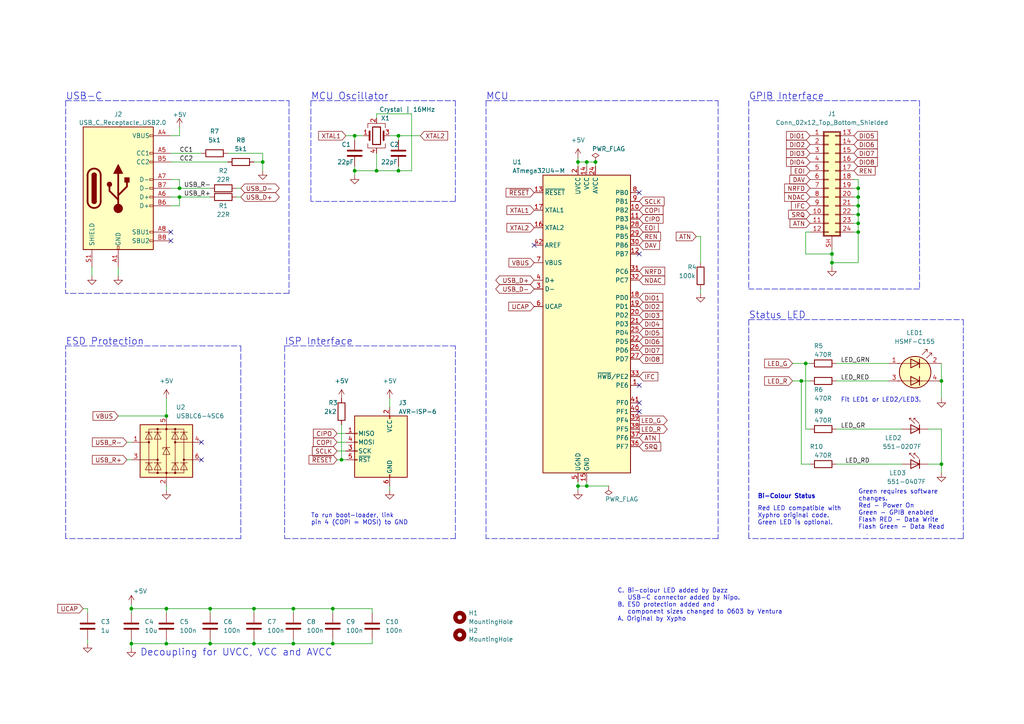
<source format=kicad_sch>
(kicad_sch (version 20231120) (generator "eeschema") (generator_version "8.0")
  (paper "A4")
  (title_block (title "USB-GPIB Adapter") (rev "C"))
  (lib_symbols
    (symbol "Connector:AVR-ISP-6" (pin_names (offset 1.016))
      (property "Reference" "J" (at -6.35 11.43 0))
      (property "Value" "AVR-ISP-6" (at 0 11.43 0))
      (symbol "AVR-ISP-6_1_1"
        (pin passive line (at 10.16 5.08 180) (length 2.54) (name "MISO") (number "1"))
        (pin passive line (at -2.54 12.7 270) (length 2.54) (name "VCC") (number "2"))
        (pin passive line (at 10.16 0 180) (length 2.54) (name "SCK") (number "3"))
        (pin passive line (at 10.16 2.54 180) (length 2.54) (name "MOSI") (number "4"))
        (pin passive line (at 10.16 -2.54 180) (length 2.54) (name "~{RST}") (number "5"))
        (pin passive line (at -2.54 -10.16 90) (length 2.54) (name "GND") (number "6"))
      )
    )
    (symbol "Connector:USB_C_Receptacle_USB2.0" (pin_names (offset 1.016))
      (property "Reference" "J" (at -10.16 19.05 0))
      (property "Value" "USB_C_Receptacle_USB2.0" (at 19.05 19.05 0))
      (symbol "USB_C_Receptacle_USB2.0_1_1"
        (pin passive line (at 0 -22.86 90) (length 5.08) (name "GND") (number "A1"))
        (pin passive line (at 0 -22.86 90) (length 5.08) hide (name "GND") (number "A12"))
        (pin passive line (at 15.24 15.24 180) (length 5.08) (name "VBUS") (number "A4"))
        (pin bidirectional line (at 15.24 10.16 180) (length 5.08) (name "CC1") (number "A5"))
        (pin bidirectional line (at 15.24 -2.54 180) (length 5.08) (name "D+") (number "A6"))
        (pin bidirectional line (at 15.24 2.54 180) (length 5.08) (name "D-") (number "A7"))
        (pin bidirectional line (at 15.24 -12.7 180) (length 5.08) (name "SBU1") (number "A8"))
        (pin passive line (at 15.24 15.24 180) (length 5.08) hide (name "VBUS") (number "A9"))
        (pin passive line (at 0 -22.86 90) (length 5.08) hide (name "GND") (number "B1"))
        (pin passive line (at 0 -22.86 90) (length 5.08) hide (name "GND") (number "B12"))
        (pin passive line (at 15.24 15.24 180) (length 5.08) hide (name "VBUS") (number "B4"))
        (pin bidirectional line (at 15.24 7.62 180) (length 5.08) (name "CC2") (number "B5"))
        (pin bidirectional line (at 15.24 -5.08 180) (length 5.08) (name "D+") (number "B6"))
        (pin bidirectional line (at 15.24 0 180) (length 5.08) (name "D-") (number "B7"))
        (pin bidirectional line (at 15.24 -15.24 180) (length 5.08) (name "SBU2") (number "B8"))
        (pin passive line (at 15.24 15.24 180) (length 5.08) hide (name "VBUS") (number "B9"))
        (pin passive line (at -7.62 -22.86 90) (length 5.08) (name "SHIELD") (number "S1"))
      )
    )
    (symbol "Connector_Generic_Shielded:Conn_02x12_Top_Bottom_Shielded" (pin_names (offset 1.016) hide)
      (property "Reference" "J" (at 1.524 14.986 0))
      (property "Value" "Conn_02x12_Top_Bottom_Shielded" (at 2.286 -17.526 0))
      (symbol "Conn_02x12_Top_Bottom_Shielded_1_1"
        (pin passive line (at -5.08 12.7 0) (length 4.064) (name "Pin_1") (number "1"))
        (pin passive line (at -5.08 -10.16 0) (length 4.064) (name "Pin_10") (number "10"))
        (pin passive line (at -5.08 -12.7 0) (length 4.064) (name "Pin_11") (number "11"))
        (pin passive line (at -5.08 -15.24 0) (length 4.064) (name "Pin_12") (number "12"))
        (pin passive line (at 7.62 12.7 180) (length 4.064) (name "Pin_13") (number "13"))
        (pin passive line (at 7.62 10.16 180) (length 4.064) (name "Pin_14") (number "14"))
        (pin passive line (at 7.62 7.62 180) (length 4.064) (name "Pin_15") (number "15"))
        (pin passive line (at 7.62 5.08 180) (length 4.064) (name "Pin_16") (number "16"))
        (pin passive line (at 7.62 2.54 180) (length 4.064) (name "Pin_17") (number "17"))
        (pin passive line (at 7.62 0 180) (length 4.064) (name "Pin_18") (number "18"))
        (pin passive line (at 7.62 -2.54 180) (length 4.064) (name "Pin_19") (number "19"))
        (pin passive line (at -5.08 10.16 0) (length 4.064) (name "Pin_2") (number "2"))
        (pin passive line (at 7.62 -5.08 180) (length 4.064) (name "Pin_20") (number "20"))
        (pin passive line (at 7.62 -7.62 180) (length 4.064) (name "Pin_21") (number "21"))
        (pin passive line (at 7.62 -10.16 180) (length 4.064) (name "Pin_22") (number "22"))
        (pin passive line (at 7.62 -12.7 180) (length 4.064) (name "Pin_23") (number "23"))
        (pin passive line (at 7.62 -15.24 180) (length 4.064) (name "Pin_24") (number "24"))
        (pin passive line (at -5.08 7.62 0) (length 4.064) (name "Pin_3") (number "3"))
        (pin passive line (at -5.08 5.08 0) (length 4.064) (name "Pin_4") (number "4"))
        (pin passive line (at -5.08 2.54 0) (length 4.064) (name "Pin_5") (number "5"))
        (pin passive line (at -5.08 0 0) (length 4.064) (name "Pin_6") (number "6"))
        (pin passive line (at -5.08 -2.54 0) (length 4.064) (name "Pin_7") (number "7"))
        (pin passive line (at -5.08 -5.08 0) (length 4.064) (name "Pin_8") (number "8"))
        (pin passive line (at -5.08 -7.62 0) (length 4.064) (name "Pin_9") (number "9"))
        (pin passive line (at 1.27 -20.32 90) (length 3.81) (name "Shield") (number "SH"))
      )
    )
    (symbol "Device:C" (pin_numbers hide) (pin_names (offset 0.254))
      (property "Reference" "C" (at 0.635 2.54 0))
      (property "Value" "C" (at 0.635 -2.54 0))
      (symbol "C_1_1"
        (pin passive line (at 0 3.81 270) (length 2.794) (name "~") (number "1"))
        (pin passive line (at 0 -3.81 90) (length 2.794) (name "~") (number "2"))
      )
    )
    (symbol "Device:Crystal_GND24" (pin_names (offset 1.016) hide)
      (property "Reference" "Y" (at 3.175 5.08 0))
      (property "Value" "Crystal_GND24" (at 3.175 3.175 0))
      (symbol "Crystal_GND24_1_1"
        (pin passive line (at -3.81 0 0) (length 1.27) (name "1") (number "1"))
        (pin passive line (at 0 5.08 270) (length 1.27) (name "2") (number "2"))
        (pin passive line (at 3.81 0 180) (length 1.27) (name "3") (number "3"))
        (pin passive line (at 0 -5.08 90) (length 1.27) (name "4") (number "4"))
      )
    )
    (symbol "Device:LED_Dual_AKAK" (pin_names (offset 0) hide)
      (property "Reference" "D" (at 0 5.715 0))
      (property "Value" "LED_Dual_AKAK" (at 0 -6.35 0))
      (symbol "LED_Dual_AKAK_1_1"
        (pin input line (at -7.62 2.54 0) (length 3.048) (name "A1") (number "1"))
        (pin input line (at 7.62 2.54 180) (length 3.81) (name "K1") (number "2"))
        (pin input line (at -7.62 -2.54 0) (length 3.048) (name "A2") (number "3"))
        (pin input line (at 7.62 -2.54 180) (length 3.81) (name "K2") (number "4"))
      )
    )
    (symbol "Device:R" (pin_numbers hide) (pin_names (offset 0))
      (property "Reference" "R" (at 2.032 0 90))
      (property "Value" "R" (at 0 0 90))
      (symbol "R_1_1"
        (pin passive line (at 0 3.81 270) (length 1.27) (name "~") (number "1"))
        (pin passive line (at 0 -3.81 90) (length 1.27) (name "~") (number "2"))
      )
    )
    (symbol "KPA-3010_1" (pin_numbers hide) (pin_names (offset 1.016) hide)
      (property "Reference" "LED3" (at 3.81 -2.54 0))
      (property "Value" "KPA-3010_1" (at 1.27 -5.08 0))
      (symbol "KPA-3010_1_1_1"
        (pin passive line (at -5.08 0 0) (length 2.54) (name "K") (number "1"))
        (pin passive line (at 2.54 0 180) (length 2.54) (name "A") (number "2"))
      )
    )
    (symbol "LED:KPA-3010" (pin_numbers hide) (pin_names (offset 1.016) hide)
      (property "Reference" "LED2" (at 5.08 -2.54 0))
      (property "Value" "551-0207F" (at 2.54 -5.08 0))
      (symbol "KPA-3010_1_1"
        (pin passive line (at -5.08 0 0) (length 2.54) (name "K") (number "1"))
        (pin passive line (at 2.54 0 180) (length 2.54) (name "A") (number "2"))
      )
    )
    (symbol "MCU_Microchip_ATmega:ATmega32U4-A"
      (property "Reference" "U" (at -12.7 44.45 0))
      (property "Value" "ATmega32U4-A" (at 2.54 -44.45 0))
      (symbol "ATmega32U4-A_1_1"
        (pin bidirectional line (at 15.24 -17.78 180) (length 2.54) (name "PE6") (number "1"))
        (pin bidirectional line (at 15.24 33.02 180) (length 2.54) (name "PB2") (number "10"))
        (pin bidirectional line (at 15.24 30.48 180) (length 2.54) (name "PB3") (number "11"))
        (pin bidirectional line (at 15.24 20.32 180) (length 2.54) (name "PB7") (number "12"))
        (pin input line (at -15.24 38.1 0) (length 2.54) (name "~{RESET}") (number "13"))
        (pin power_in line (at 0 45.72 270) (length 2.54) (name "VCC") (number "14"))
        (pin power_in line (at 0 -45.72 90) (length 2.54) (name "GND") (number "15"))
        (pin output line (at -15.24 27.94 0) (length 2.54) (name "XTAL2") (number "16"))
        (pin input line (at -15.24 33.02 0) (length 2.54) (name "XTAL1") (number "17"))
        (pin bidirectional line (at 15.24 7.62 180) (length 2.54) (name "PD0") (number "18"))
        (pin bidirectional line (at 15.24 5.08 180) (length 2.54) (name "PD1") (number "19"))
        (pin power_in line (at -2.54 45.72 270) (length 2.54) (name "UVCC") (number "2"))
        (pin bidirectional line (at 15.24 2.54 180) (length 2.54) (name "PD2") (number "20"))
        (pin bidirectional line (at 15.24 0 180) (length 2.54) (name "PD3") (number "21"))
        (pin bidirectional line (at 15.24 -5.08 180) (length 2.54) (name "PD5") (number "22"))
        (pin passive line (at 0 -45.72 90) (length 2.54) hide (name "GND") (number "23"))
        (pin power_in line (at 2.54 45.72 270) (length 2.54) (name "AVCC") (number "24"))
        (pin bidirectional line (at 15.24 -2.54 180) (length 2.54) (name "PD4") (number "25"))
        (pin bidirectional line (at 15.24 -7.62 180) (length 2.54) (name "PD6") (number "26"))
        (pin bidirectional line (at 15.24 -10.16 180) (length 2.54) (name "PD7") (number "27"))
        (pin bidirectional line (at 15.24 27.94 180) (length 2.54) (name "PB4") (number "28"))
        (pin bidirectional line (at 15.24 25.4 180) (length 2.54) (name "PB5") (number "29"))
        (pin bidirectional line (at -15.24 10.16 0) (length 2.54) (name "D-") (number "3"))
        (pin bidirectional line (at 15.24 22.86 180) (length 2.54) (name "PB6") (number "30"))
        (pin bidirectional line (at 15.24 15.24 180) (length 2.54) (name "PC6") (number "31"))
        (pin bidirectional line (at 15.24 12.7 180) (length 2.54) (name "PC7") (number "32"))
        (pin bidirectional line (at 15.24 -15.24 180) (length 2.54) (name "~{HWB}/PE2") (number "33"))
        (pin passive line (at 0 45.72 270) (length 2.54) hide (name "VCC") (number "34"))
        (pin passive line (at 0 -45.72 90) (length 2.54) hide (name "GND") (number "35"))
        (pin bidirectional line (at 15.24 -35.56 180) (length 2.54) (name "PF7") (number "36"))
        (pin bidirectional line (at 15.24 -33.02 180) (length 2.54) (name "PF6") (number "37"))
        (pin bidirectional line (at 15.24 -30.48 180) (length 2.54) (name "PF5") (number "38"))
        (pin bidirectional line (at 15.24 -27.94 180) (length 2.54) (name "PF4") (number "39"))
        (pin bidirectional line (at -15.24 12.7 0) (length 2.54) (name "D+") (number "4"))
        (pin bidirectional line (at 15.24 -25.4 180) (length 2.54) (name "PF1") (number "40"))
        (pin bidirectional line (at 15.24 -22.86 180) (length 2.54) (name "PF0") (number "41"))
        (pin passive line (at -15.24 22.86 0) (length 2.54) (name "AREF") (number "42"))
        (pin passive line (at 0 -45.72 90) (length 2.54) hide (name "GND") (number "43"))
        (pin passive line (at 2.54 45.72 270) (length 2.54) hide (name "AVCC") (number "44"))
        (pin passive line (at -2.54 -45.72 90) (length 2.54) (name "UGND") (number "5"))
        (pin passive line (at -15.24 5.08 0) (length 2.54) (name "UCAP") (number "6"))
        (pin input line (at -15.24 17.78 0) (length 2.54) (name "VBUS") (number "7"))
        (pin bidirectional line (at 15.24 38.1 180) (length 2.54) (name "PB0") (number "8"))
        (pin bidirectional line (at 15.24 35.56 180) (length 2.54) (name "PB1") (number "9"))
      )
    )
    (symbol "Mechanical:MountingHole" (pin_names (offset 1.016))
      (property "Reference" "H" (at 0 5.08 0))
      (property "Value" "MountingHole" (at 0 3.175 0))
    )
    (symbol "Power_Protection:USBLC6-4SC6" (pin_names hide)
      (property "Reference" "U" (at 2.54 8.89 0))
      (property "Value" "USBLC6-4SC6" (at 2.54 -8.89 0))
      (symbol "USBLC6-4SC6_1_1"
        (pin passive line (at -10.16 2.54 0) (length 2.54) (name "I/O1") (number "1"))
        (pin passive line (at 0 -10.16 90) (length 2.54) (name "GND") (number "2"))
        (pin passive line (at -10.16 -2.54 0) (length 2.54) (name "I/O2") (number "3"))
        (pin passive line (at 10.16 2.54 180) (length 2.54) (name "I/O3") (number "4"))
        (pin passive line (at 0 10.16 270) (length 2.54) (name "VBUS") (number "5"))
        (pin passive line (at 10.16 -2.54 180) (length 2.54) (name "I/O4") (number "6"))
      )
    )
    (symbol "power:+5V" (power) (pin_names (offset 0))
      (property "Value" "+5V" (at 0 3.556 0))
      (symbol "+5V_1_1"
        (pin power_in line (at 0 0 90) (length 0) hide (name "+5V") (number "1"))
      )
    )
    (symbol "power:GND" (power) (pin_names (offset 0))
      (property "Value" "GND" (at 0 -3.81 0))
      (symbol "GND_1_1"
        (pin power_in line (at 0 0 270) (length 0) hide (name "GND") (number "1"))
      )
    )
    (symbol "power:PWR_FLAG" (power) (pin_numbers hide) (pin_names (offset 0) hide)
      (property "Value" "PWR_FLAG" (at 0 3.81 0))
      (symbol "PWR_FLAG_0_0"
        (pin power_out line (at 0 0 90) (length 0) (name "pwr") (number "1"))
      )
    )
  )
  (junction (at 99.06 133.35))
  (junction (at 248.92 62.23))
  (junction (at 73.66 186.69))
  (junction (at 167.64 140.97))
  (junction (at 170.18 140.97))
  (junction (at 73.66 176.53))
  (junction (at 115.57 49.53))
  (junction (at 48.26 176.53))
  (junction (at 85.09 186.69))
  (junction (at 85.09 176.53))
  (junction (at 248.92 54.61))
  (junction (at 52.07 54.61))
  (junction (at 102.87 39.37))
  (junction (at 248.92 59.69))
  (junction (at 38.1 186.69))
  (junction (at 48.26 186.69))
  (junction (at 248.92 57.15))
  (junction (at 96.52 186.69))
  (junction (at 38.1 176.53))
  (junction (at 115.57 39.37))
  (junction (at 241.3 73.66))
  (junction (at 170.18 46.99))
  (junction (at 109.22 49.53))
  (junction (at 96.52 176.53))
  (junction (at 273.05 110.49))
  (junction (at 172.72 46.99))
  (junction (at 60.96 186.69))
  (junction (at 273.05 134.62))
  (junction (at 233.68 105.41))
  (junction (at 232.41 110.49))
  (junction (at 76.2 46.99))
  (junction (at 48.26 120.65))
  (junction (at 52.07 57.15))
  (junction (at 248.92 67.31))
  (junction (at 167.64 46.99))
  (junction (at 102.87 49.53))
  (junction (at 60.96 176.53))
  (junction (at 248.92 64.77))
  (junction (at 241.3 76.2))
  (no_connect (at 185.42 55.88))
  (no_connect (at 185.42 111.76))
  (no_connect (at 185.42 116.84))
  (no_connect (at 154.94 71.12))
  (no_connect (at 49.53 67.31))
  (no_connect (at 58.42 128.27))
  (no_connect (at 58.42 133.35))
  (no_connect (at 49.53 69.85))
  (no_connect (at 185.42 119.38))
  (no_connect (at 185.42 73.66))
  (wire (pts (xy 234.95 134.62) (xy 232.41 134.62)))
  (wire (pts (xy 73.66 176.53) (xy 85.09 176.53)))
  (wire (pts (xy 52.07 57.15) (xy 60.96 57.15)))
  (wire (pts (xy 170.18 140.97) (xy 170.18 139.7)))
  (wire (pts (xy 167.64 139.7) (xy 167.64 140.97)))
  (wire (pts (xy 48.26 140.97) (xy 48.26 142.24)))
  (wire (pts (xy 119.38 33.02) (xy 119.38 49.53)))
  (wire (pts (xy 48.26 186.69) (xy 60.96 186.69)))
  (wire (pts (xy 99.06 123.19) (xy 99.06 133.35)))
  (wire (pts (xy 233.68 67.31) (xy 233.68 73.66)))
  (wire (pts (xy 52.07 54.61) (xy 60.96 54.61)))
  (wire (pts (xy 248.92 64.77) (xy 248.92 62.23)))
  (wire (pts (xy 38.1 176.53) (xy 48.26 176.53)))
  (wire (pts (xy 170.18 46.99) (xy 172.72 46.99)))
  (wire (pts (xy 85.09 185.42) (xy 85.09 186.69)))
  (polyline (pts (xy 69.85 156.21) (xy 19.05 156.21)) (stroke (width 0) (type dash)))
  (wire (pts (xy 233.68 105.41) (xy 233.68 124.46)))
  (wire (pts (xy 25.4 177.8) (xy 25.4 176.53)))
  (wire (pts (xy 241.3 72.39) (xy 241.3 73.66)))
  (polyline (pts (xy 208.28 156.21) (xy 140.97 156.21)) (stroke (width 0) (type dash)))
  (polyline (pts (xy 90.17 29.21) (xy 90.17 58.42)) (stroke (width 0) (type dash)))
  (polyline (pts (xy 132.08 156.21) (xy 132.08 100.33)) (stroke (width 0) (type dash)))
  (wire (pts (xy 100.33 39.37) (xy 102.87 39.37)))
  (wire (pts (xy 115.57 48.26) (xy 115.57 49.53)))
  (polyline (pts (xy 19.05 156.21) (xy 19.05 100.33)) (stroke (width 0) (type dash)))
  (wire (pts (xy 52.07 36.83) (xy 52.07 39.37)))
  (wire (pts (xy 48.26 176.53) (xy 48.26 177.8)))
  (polyline (pts (xy 19.05 29.21) (xy 19.05 85.09)) (stroke (width 0) (type dash)))
  (wire (pts (xy 113.03 115.57) (xy 113.03 118.11)))
  (wire (pts (xy 247.65 64.77) (xy 248.92 64.77)))
  (wire (pts (xy 49.53 57.15) (xy 52.07 57.15)))
  (wire (pts (xy 248.92 59.69) (xy 248.92 57.15)))
  (wire (pts (xy 97.79 133.35) (xy 99.06 133.35)))
  (wire (pts (xy 97.79 128.27) (xy 100.33 128.27)))
  (polyline (pts (xy 19.05 29.21) (xy 83.82 29.21)) (stroke (width 0) (type dash)))
  (wire (pts (xy 247.65 62.23) (xy 248.92 62.23)))
  (wire (pts (xy 102.87 39.37) (xy 102.87 40.64)))
  (wire (pts (xy 269.24 124.46) (xy 273.05 124.46)))
  (wire (pts (xy 167.64 46.99) (xy 167.64 48.26)))
  (wire (pts (xy 273.05 124.46) (xy 273.05 134.62)))
  (wire (pts (xy 203.2 83.82) (xy 203.2 85.09)))
  (polyline (pts (xy 217.17 29.21) (xy 217.17 83.82)) (stroke (width 0) (type dash)))
  (polyline (pts (xy 251.46 154.94) (xy 251.46 154.94)) (stroke (width 0) (type dash)))
  (wire (pts (xy 242.57 124.46) (xy 261.62 124.46)))
  (wire (pts (xy 76.2 44.45) (xy 76.2 46.99)))
  (wire (pts (xy 76.2 46.99) (xy 76.2 49.53)))
  (wire (pts (xy 102.87 49.53) (xy 102.87 50.8)))
  (wire (pts (xy 113.03 39.37) (xy 115.57 39.37)))
  (wire (pts (xy 115.57 39.37) (xy 121.92 39.37)))
  (wire (pts (xy 36.83 133.35) (xy 38.1 133.35)))
  (wire (pts (xy 85.09 176.53) (xy 96.52 176.53)))
  (wire (pts (xy 233.68 105.41) (xy 234.95 105.41)))
  (wire (pts (xy 247.65 67.31) (xy 248.92 67.31)))
  (polyline (pts (xy 69.85 100.33) (xy 69.85 156.21)) (stroke (width 0) (type dash)))
  (wire (pts (xy 68.58 57.15) (xy 69.85 57.15)))
  (wire (pts (xy 66.04 44.45) (xy 76.2 44.45)))
  (wire (pts (xy 96.52 176.53) (xy 96.52 177.8)))
  (polyline (pts (xy 82.55 100.33) (xy 132.08 100.33)) (stroke (width 0) (type dash)))
  (wire (pts (xy 242.57 110.49) (xy 257.81 110.49)))
  (wire (pts (xy 170.18 46.99) (xy 170.18 48.26)))
  (wire (pts (xy 273.05 110.49) (xy 273.05 115.57)))
  (wire (pts (xy 38.1 175.26) (xy 38.1 176.53)))
  (polyline (pts (xy 83.82 29.21) (xy 83.82 85.09)) (stroke (width 0) (type dash)))
  (wire (pts (xy 241.3 76.2) (xy 248.92 76.2)))
  (wire (pts (xy 170.18 140.97) (xy 176.53 140.97)))
  (wire (pts (xy 248.92 62.23) (xy 248.92 59.69)))
  (wire (pts (xy 73.66 185.42) (xy 73.66 186.69)))
  (wire (pts (xy 107.95 185.42) (xy 107.95 186.69)))
  (wire (pts (xy 99.06 133.35) (xy 100.33 133.35)))
  (wire (pts (xy 234.95 67.31) (xy 233.68 67.31)))
  (wire (pts (xy 273.05 105.41) (xy 273.05 110.49)))
  (wire (pts (xy 102.87 48.26) (xy 102.87 49.53)))
  (polyline (pts (xy 279.4 92.71) (xy 279.4 156.21)) (stroke (width 0) (type dash)))
  (wire (pts (xy 49.53 46.99) (xy 66.04 46.99)))
  (wire (pts (xy 247.65 59.69) (xy 248.92 59.69)))
  (polyline (pts (xy 82.55 156.21) (xy 132.08 156.21)) (stroke (width 0) (type dash)))
  (wire (pts (xy 25.4 176.53) (xy 24.13 176.53)))
  (wire (pts (xy 172.72 46.99) (xy 172.72 48.26)))
  (wire (pts (xy 34.29 120.65) (xy 48.26 120.65)))
  (wire (pts (xy 167.64 140.97) (xy 167.64 142.24)))
  (wire (pts (xy 167.64 46.99) (xy 170.18 46.99)))
  (wire (pts (xy 203.2 68.58) (xy 201.93 68.58)))
  (wire (pts (xy 85.09 186.69) (xy 96.52 186.69)))
  (polyline (pts (xy 19.05 100.33) (xy 69.85 100.33)) (stroke (width 0) (type dash)))
  (wire (pts (xy 232.41 110.49) (xy 234.95 110.49)))
  (wire (pts (xy 60.96 176.53) (xy 73.66 176.53)))
  (wire (pts (xy 113.03 140.97) (xy 113.03 142.24)))
  (wire (pts (xy 48.26 185.42) (xy 48.26 186.69)))
  (wire (pts (xy 52.07 57.15) (xy 52.07 59.69)))
  (polyline (pts (xy 82.55 100.33) (xy 82.55 156.21)) (stroke (width 0) (type dash)))
  (wire (pts (xy 115.57 39.37) (xy 115.57 40.64)))
  (wire (pts (xy 97.79 130.81) (xy 100.33 130.81)))
  (polyline (pts (xy 266.7 29.21) (xy 266.7 83.82)) (stroke (width 0) (type dash)))
  (wire (pts (xy 38.1 176.53) (xy 38.1 177.8)))
  (polyline (pts (xy 132.08 58.42) (xy 90.17 58.42)) (stroke (width 0) (type dash)))
  (wire (pts (xy 107.95 176.53) (xy 107.95 177.8)))
  (wire (pts (xy 232.41 110.49) (xy 232.41 134.62)))
  (wire (pts (xy 60.96 186.69) (xy 73.66 186.69)))
  (polyline (pts (xy 208.28 29.21) (xy 208.28 156.21)) (stroke (width 0) (type dash)))
  (wire (pts (xy 48.26 176.53) (xy 60.96 176.53)))
  (wire (pts (xy 248.92 57.15) (xy 248.92 54.61)))
  (wire (pts (xy 109.22 33.02) (xy 119.38 33.02)))
  (wire (pts (xy 241.3 76.2) (xy 241.3 77.47)))
  (polyline (pts (xy 217.17 92.71) (xy 279.4 92.71)) (stroke (width 0) (type dash)))
  (wire (pts (xy 34.29 77.47) (xy 34.29 80.01)))
  (wire (pts (xy 234.95 124.46) (xy 233.68 124.46)))
  (wire (pts (xy 242.57 105.41) (xy 257.81 105.41)))
  (wire (pts (xy 241.3 73.66) (xy 241.3 76.2)))
  (wire (pts (xy 38.1 186.69) (xy 38.1 187.96)))
  (wire (pts (xy 273.05 134.62) (xy 273.05 137.16)))
  (wire (pts (xy 96.52 186.69) (xy 107.95 186.69)))
  (wire (pts (xy 233.68 73.66) (xy 241.3 73.66)))
  (wire (pts (xy 85.09 176.53) (xy 85.09 177.8)))
  (polyline (pts (xy 140.97 29.21) (xy 208.28 29.21)) (stroke (width 0) (type dash)))
  (wire (pts (xy 52.07 52.07) (xy 52.07 54.61)))
  (wire (pts (xy 247.65 54.61) (xy 248.92 54.61)))
  (wire (pts (xy 60.96 185.42) (xy 60.96 186.69)))
  (polyline (pts (xy 217.17 92.71) (xy 217.17 156.21)) (stroke (width 0) (type dash)))
  (wire (pts (xy 49.53 59.69) (xy 52.07 59.69)))
  (wire (pts (xy 109.22 49.53) (xy 109.22 44.45)))
  (wire (pts (xy 167.64 45.72) (xy 167.64 46.99)))
  (wire (pts (xy 96.52 176.53) (xy 107.95 176.53)))
  (polyline (pts (xy 140.97 29.21) (xy 140.97 156.21)) (stroke (width 0) (type dash)))
  (polyline (pts (xy 90.17 29.21) (xy 132.08 29.21)) (stroke (width 0) (type dash)))
  (wire (pts (xy 38.1 186.69) (xy 48.26 186.69)))
  (wire (pts (xy 203.2 76.2) (xy 203.2 68.58)))
  (wire (pts (xy 229.87 105.41) (xy 233.68 105.41)))
  (wire (pts (xy 49.53 54.61) (xy 52.07 54.61)))
  (wire (pts (xy 248.92 67.31) (xy 248.92 64.77)))
  (polyline (pts (xy 83.82 85.09) (xy 19.05 85.09)) (stroke (width 0) (type dash)))
  (wire (pts (xy 248.92 76.2) (xy 248.92 67.31)))
  (wire (pts (xy 102.87 39.37) (xy 105.41 39.37)))
  (wire (pts (xy 49.53 52.07) (xy 52.07 52.07)))
  (polyline (pts (xy 132.08 29.21) (xy 132.08 58.42)) (stroke (width 0) (type dash)))
  (wire (pts (xy 73.66 176.53) (xy 73.66 177.8)))
  (wire (pts (xy 109.22 49.53) (xy 115.57 49.53)))
  (wire (pts (xy 242.57 134.62) (xy 261.62 134.62)))
  (wire (pts (xy 167.64 140.97) (xy 170.18 140.97)))
  (wire (pts (xy 73.66 46.99) (xy 76.2 46.99)))
  (wire (pts (xy 248.92 52.07) (xy 247.65 52.07)))
  (wire (pts (xy 68.58 54.61) (xy 69.85 54.61)))
  (wire (pts (xy 109.22 34.29) (xy 109.22 33.02)))
  (wire (pts (xy 38.1 185.42) (xy 38.1 186.69)))
  (wire (pts (xy 26.67 77.47) (xy 26.67 80.01)))
  (wire (pts (xy 102.87 49.53) (xy 109.22 49.53)))
  (wire (pts (xy 60.96 177.8) (xy 60.96 176.53)))
  (wire (pts (xy 247.65 57.15) (xy 248.92 57.15)))
  (wire (pts (xy 36.83 128.27) (xy 38.1 128.27)))
  (wire (pts (xy 25.4 185.42) (xy 25.4 186.69)))
  (polyline (pts (xy 266.7 83.82) (xy 217.17 83.82)) (stroke (width 0) (type dash)))
  (wire (pts (xy 269.24 134.62) (xy 273.05 134.62)))
  (wire (pts (xy 73.66 186.69) (xy 85.09 186.69)))
  (wire (pts (xy 96.52 185.42) (xy 96.52 186.69)))
  (wire (pts (xy 48.26 115.57) (xy 48.26 120.65)))
  (wire (pts (xy 97.79 125.73) (xy 100.33 125.73)))
  (wire (pts (xy 49.53 44.45) (xy 58.42 44.45)))
  (wire (pts (xy 119.38 49.53) (xy 115.57 49.53)))
  (polyline (pts (xy 279.4 156.21) (xy 217.17 156.21)) (stroke (width 0) (type dash)))
  (wire (pts (xy 248.92 54.61) (xy 248.92 52.07)))
  (polyline (pts (xy 218.44 29.21) (xy 266.7 29.21)) (stroke (width 0) (type dash)))
  (wire (pts (xy 229.87 110.49) (xy 232.41 110.49)))
  (wire (pts (xy 49.53 39.37) (xy 52.07 39.37)))
  (text "Status LED" (at 217.17 92.71 0) (effects (font (size 2 2)) (justify left bottom)))
  (text "ESD Protection" (at 19.05 100.33 0) (effects (font (size 2 2)) (justify left bottom)))
  (text "GPIB Interface" (at 217.17 29.21 0) (effects (font (size 2 2)) (justify left bottom)))
  (text "ISP Interface" (at 82.55 100.33 0) (effects (font (size 2 2)) (justify left bottom)))
  (text "MCU\n" (at 140.97 29.21 0) (effects (font (size 2 2)) (justify left bottom)))
  (text "Green requires software \nchanges.\nRed - Power On\nGreen - GPIB enabled\nFlash RED - Data Write\nFlash Green - Data Read\n" (at 248.92 153.67 0) (effects (font (size 1.27 1.27)) (justify left bottom)))
  (text "Red LED compatible with \nXyphro original code.\nGreen LED is optional." (at 219.71 152.4 0) (effects (font (size 1.27 1.27)) (justify left bottom)))
  (text "MCU Oscillator" (at 90.17 29.21 0) (effects (font (size 2 2)) (justify left bottom)))
  (text "\nC. Bi-colour LED added by Dazz  \n   USB-C connector added by Nipo.\nB. ESD protection added and\n   component sizes changed to 0603 by Ventura  \nA. Original by Xypho" (at 179.07 180.34 0) (effects (font (size 1.27 1.27)) (justify left bottom)))
  (text "Bi-Colour Status" (at 219.71 144.78 0) (effects (font (size 1.27 1.27) (thickness 0.254) (bold yes)) (justify left bottom)))
  (text "Decoupling for UVCC, VCC and AVCC" (at 40.64 190.5 0) (effects (font (size 2 2)) (justify left bottom)))
  (text "To run boot-loader, link \npin 4 (COPI = MOSI) to GND" (at 90.17 152.4 0) (effects (font (size 1.27 1.27)) (justify left bottom)))
  (text "Fit LED1 or LED2/LED3." (at 243.84 116.84 0) (effects (font (size 1.27 1.27)) (justify left bottom)))
  (text "USB-C" (at 19.05 29.21 0) (effects (font (size 2 2)) (justify left bottom)))
  (label "LED_GRN" (at 243.84 105.41 0))
  (label "LED_GR" (at 243.84 124.46 0))
  (label "CC2" (at 52.07 46.99 0))
  (label "LED_RED" (at 243.84 110.49 0))
  (label "CC1" (at 52.07 44.45 0))
  (label "USB_R+" (at 53.34 57.15 0))
  (label "USB_R-" (at 53.34 54.61 0))
  (label "LED_RD" (at 245.11 134.62 0))
  (global_label "DIO8" (shape input) (at 185.42 104.14 0) (property "Intersheetrefs" "${INTERSHEET_REFS}" (effects (hide yes))))
  (global_label "ATN" (shape input) (at 185.42 127 0) (property "Intersheetrefs" "${INTERSHEET_REFS}" (effects (hide yes))))
  (global_label "DIO5" (shape input) (at 247.65 39.37 0) (property "Intersheetrefs" "${INTERSHEET_REFS}" (effects (hide yes))))
  (global_label "LED_G" (shape input) (at 229.87 105.41 180) (property "Intersheetrefs" "${INTERSHEET_REFS}" (effects (hide yes))))
  (global_label "SCLK" (shape input) (at 185.42 58.42 0) (property "Intersheetrefs" "${INTERSHEET_REFS}" (effects (hide yes))))
  (global_label "LED_R" (shape input) (at 229.87 110.49 180) (property "Intersheetrefs" "${INTERSHEET_REFS}" (effects (hide yes))))
  (global_label "UCAP" (shape input) (at 154.94 88.9 180) (property "Intersheetrefs" "${INTERSHEET_REFS}" (effects (hide yes))))
  (global_label "USB_R-" (shape input) (at 36.83 128.27 180) (property "Intersheetrefs" "${INTERSHEET_REFS}" (effects (hide yes))))
  (global_label "DIO7" (shape input) (at 247.65 44.45 0) (property "Intersheetrefs" "${INTERSHEET_REFS}" (effects (hide yes))))
  (global_label "COPI" (shape input) (at 185.42 60.96 0) (property "Intersheetrefs" "${INTERSHEET_REFS}" (effects (hide yes))))
  (global_label "ATN" (shape input) (at 234.95 64.77 180) (property "Intersheetrefs" "${INTERSHEET_REFS}" (effects (hide yes))))
  (global_label "VBUS" (shape input) (at 154.94 76.2 180) (property "Intersheetrefs" "${INTERSHEET_REFS}" (effects (hide yes))))
  (global_label "DAV" (shape input) (at 234.95 52.07 180) (property "Intersheetrefs" "${INTERSHEET_REFS}" (effects (hide yes))))
  (global_label "~{RESET}" (shape input) (at 154.94 55.88 180) (property "Intersheetrefs" "${INTERSHEET_REFS}" (effects (hide yes))))
  (global_label "USB_D+" (shape bidirectional) (at 69.85 57.15 0) (property "Intersheetrefs" "${INTERSHEET_REFS}" (effects (hide yes))))
  (global_label "NDAC" (shape input) (at 234.95 57.15 180) (property "Intersheetrefs" "${INTERSHEET_REFS}" (effects (hide yes))))
  (global_label "USB_D+" (shape bidirectional) (at 154.94 81.28 180) (property "Intersheetrefs" "${INTERSHEET_REFS}" (effects (hide yes))))
  (global_label "LED_G" (shape output) (at 185.42 121.92 0) (property "Intersheetrefs" "${INTERSHEET_REFS}" (effects (hide yes))))
  (global_label "DIO3" (shape input) (at 234.95 44.45 180) (property "Intersheetrefs" "${INTERSHEET_REFS}" (effects (hide yes))))
  (global_label "NRFD" (shape input) (at 234.95 54.61 180) (property "Intersheetrefs" "${INTERSHEET_REFS}" (effects (hide yes))))
  (global_label "IFC" (shape input) (at 234.95 59.69 180) (property "Intersheetrefs" "${INTERSHEET_REFS}" (effects (hide yes))))
  (global_label "USB_D-" (shape bidirectional) (at 69.85 54.61 0) (property "Intersheetrefs" "${INTERSHEET_REFS}" (effects (hide yes))))
  (global_label "CIPO" (shape input) (at 97.79 125.73 180) (property "Intersheetrefs" "${INTERSHEET_REFS}" (effects (hide yes))))
  (global_label "DIO2" (shape input) (at 185.42 88.9 0) (property "Intersheetrefs" "${INTERSHEET_REFS}" (effects (hide yes))))
  (global_label "VBUS" (shape input) (at 34.29 120.65 180) (property "Intersheetrefs" "${INTERSHEET_REFS}" (effects (hide yes))))
  (global_label "REN" (shape input) (at 247.65 49.53 0) (property "Intersheetrefs" "${INTERSHEET_REFS}" (effects (hide yes))))
  (global_label "XTAL1" (shape input) (at 154.94 60.96 180) (property "Intersheetrefs" "${INTERSHEET_REFS}" (effects (hide yes))))
  (global_label "DIO2" (shape input) (at 234.95 41.91 180) (property "Intersheetrefs" "${INTERSHEET_REFS}" (effects (hide yes))))
  (global_label "ATN" (shape input) (at 201.93 68.58 180) (property "Intersheetrefs" "${INTERSHEET_REFS}" (effects (hide yes))))
  (global_label "LED_R" (shape output) (at 185.42 124.46 0) (property "Intersheetrefs" "${INTERSHEET_REFS}" (effects (hide yes))))
  (global_label "USB_D-" (shape bidirectional) (at 154.94 83.82 180) (property "Intersheetrefs" "${INTERSHEET_REFS}" (effects (hide yes))))
  (global_label "DIO3" (shape input) (at 185.42 91.44 0) (property "Intersheetrefs" "${INTERSHEET_REFS}" (effects (hide yes))))
  (global_label "DIO5" (shape input) (at 185.42 96.52 0) (property "Intersheetrefs" "${INTERSHEET_REFS}" (effects (hide yes))))
  (global_label "NRFD" (shape input) (at 185.42 78.74 0) (property "Intersheetrefs" "${INTERSHEET_REFS}" (effects (hide yes))))
  (global_label "DIO1" (shape input) (at 185.42 86.36 0) (property "Intersheetrefs" "${INTERSHEET_REFS}" (effects (hide yes))))
  (global_label "DIO6" (shape input) (at 185.42 99.06 0) (property "Intersheetrefs" "${INTERSHEET_REFS}" (effects (hide yes))))
  (global_label "NDAC" (shape input) (at 185.42 81.28 0) (property "Intersheetrefs" "${INTERSHEET_REFS}" (effects (hide yes))))
  (global_label "XTAL2" (shape input) (at 121.92 39.37 0) (property "Intersheetrefs" "${INTERSHEET_REFS}" (effects (hide yes))))
  (global_label "CIPO" (shape input) (at 185.42 63.5 0) (property "Intersheetrefs" "${INTERSHEET_REFS}" (effects (hide yes))))
  (global_label "DIO4" (shape input) (at 185.42 93.98 0) (property "Intersheetrefs" "${INTERSHEET_REFS}" (effects (hide yes))))
  (global_label "~{RESET}" (shape input) (at 97.79 133.35 180) (property "Intersheetrefs" "${INTERSHEET_REFS}" (effects (hide yes))))
  (global_label "SRQ" (shape input) (at 234.95 62.23 180) (property "Intersheetrefs" "${INTERSHEET_REFS}" (effects (hide yes))))
  (global_label "SRQ" (shape input) (at 185.42 129.54 0) (property "Intersheetrefs" "${INTERSHEET_REFS}" (effects (hide yes))))
  (global_label "COPI" (shape input) (at 97.79 128.27 180) (property "Intersheetrefs" "${INTERSHEET_REFS}" (effects (hide yes))))
  (global_label "USB_R+" (shape input) (at 36.83 133.35 180) (property "Intersheetrefs" "${INTERSHEET_REFS}" (effects (hide yes))))
  (global_label "DIO7" (shape input) (at 185.42 101.6 0) (property "Intersheetrefs" "${INTERSHEET_REFS}" (effects (hide yes))))
  (global_label "XTAL2" (shape input) (at 154.94 66.04 180) (property "Intersheetrefs" "${INTERSHEET_REFS}" (effects (hide yes))))
  (global_label "DIO4" (shape input) (at 234.95 46.99 180) (property "Intersheetrefs" "${INTERSHEET_REFS}" (effects (hide yes))))
  (global_label "XTAL1" (shape input) (at 100.33 39.37 180) (property "Intersheetrefs" "${INTERSHEET_REFS}" (effects (hide yes))))
  (global_label "IFC" (shape input) (at 185.42 109.22 0) (property "Intersheetrefs" "${INTERSHEET_REFS}" (effects (hide yes))))
  (global_label "EOI" (shape input) (at 234.95 49.53 180) (property "Intersheetrefs" "${INTERSHEET_REFS}" (effects (hide yes))))
  (global_label "UCAP" (shape input) (at 24.13 176.53 180) (property "Intersheetrefs" "${INTERSHEET_REFS}" (effects (hide yes))))
  (global_label "SCLK" (shape input) (at 97.79 130.81 180) (property "Intersheetrefs" "${INTERSHEET_REFS}" (effects (hide yes))))
  (global_label "DIO6" (shape input) (at 247.65 41.91 0) (property "Intersheetrefs" "${INTERSHEET_REFS}" (effects (hide yes))))
  (global_label "REN" (shape input) (at 185.42 68.58 0) (property "Intersheetrefs" "${INTERSHEET_REFS}" (effects (hide yes))))
  (global_label "DAV" (shape input) (at 185.42 71.12 0) (property "Intersheetrefs" "${INTERSHEET_REFS}" (effects (hide yes))))
  (global_label "EOI" (shape input) (at 185.42 66.04 0) (property "Intersheetrefs" "${INTERSHEET_REFS}" (effects (hide yes))))
  (global_label "DIO1" (shape input) (at 234.95 39.37 180) (property "Intersheetrefs" "${INTERSHEET_REFS}" (effects (hide yes))))
  (global_label "DIO8" (shape input) (at 247.65 46.99 0) (property "Intersheetrefs" "${INTERSHEET_REFS}" (effects (hide yes))))
  (symbol (lib_id "power:+5V") (at 167.64 45.72 0) (unit 1)
    (property "Reference" "#PWR0102" (effects (hide yes)))
    (property "Value" "+5V" (at 167.64 40.64 0))
  )
  (symbol (lib_id "Device:C") (at 60.96 181.61 0) (unit 1)
    (property "Reference" "C6" (at 64.77 180.3399 0) (effects (justify left)))
    (property "Value" "100n" (at 64.77 182.8799 0) (effects (justify left)))
    (property "Footprint" "Capacitor_SMD:C_0603_1608Metric_Pad1.08x0.95mm_HandSolder" (effects (hide yes)))
  )
  (symbol (lib_name "KPA-3010_1") (lib_id "LED:KPA-3010") (at 264.16 134.62 0) (mirror y) (unit 1)
    (property "Reference" "LED3" (at 260.35 137.16 0))
    (property "Value" "551-0407F" (at 262.89 139.7 0))
    (property "Footprint" "LED_THT:LED_D3.0_Horizontal_Dialight_Z5mm" (effects (hide yes)))
    (property "Datasheet" "http://www.kingbright.com/attachments/file/psearch/000/00/watermark00/KPA-3010CGCK(Ver.17B).pdf" (effects (hide yes)))
  )
  (symbol (lib_id "Mechanical:MountingHole") (at 133.35 184.15 0) (unit 1)
    (property "Reference" "H2" (at 135.89 182.8799 0) (effects (justify left)))
    (property "Value" "MountingHole" (at 135.89 185.4199 0) (effects (justify left)))
    (property "Footprint" "MountingHole:MountingHole_2.7mm_M2.5_DIN965" (effects (hide yes)))
  )
  (symbol (lib_id "Device:LED_Dual_AKAK") (at 265.43 107.95 0) (unit 1)
    (property "Reference" "LED1" (at 265.303 96.52 0))
    (property "Value" "HSMF-C155" (at 265.303 99.06 0))
    (property "Footprint" "LED_SMD:HSMF-C155" (effects (hide yes)))
  )
  (symbol (lib_id "Device:R") (at 238.76 134.62 90) (unit 1)
    (property "Reference" "R10" (at 238.76 129.54 90) (effects (justify left)))
    (property "Value" "470R" (at 241.3 132.08 90) (effects (justify left)))
    (property "Footprint" "Resistor_SMD:R_0603_1608Metric_Pad0.98x0.95mm_HandSolder" (effects (hide yes)))
    (property "LCSC" "C25117" (effects (hide yes)))
  )
  (symbol (lib_id "Power_Protection:USBLC6-4SC6") (at 48.26 130.81 0) (unit 1)
    (property "Reference" "U2" (at 51.0287 118.11 0) (effects (justify left)))
    (property "Value" "USBLC6-4SC6" (at 51.0287 120.65 0) (effects (justify left)))
    (property "Footprint" "Package_TO_SOT_SMD:SOT-23-6" (effects (hide yes)))
    (property "Datasheet" "https://www.st.com/resource/en/datasheet/usblc6-4.pdf" (effects (hide yes)))
  )
  (symbol (lib_id "Device:R") (at 238.76 105.41 90) (unit 1)
    (property "Reference" "R5" (at 238.76 100.33 90) (effects (justify left)))
    (property "Value" "470R" (at 241.3 102.87 90) (effects (justify left)))
    (property "Footprint" "Resistor_SMD:R_0603_1608Metric_Pad0.98x0.95mm_HandSolder" (effects (hide yes)))
    (property "LCSC" "C25117" (effects (hide yes)))
  )
  (symbol (lib_id "Device:C") (at 85.09 181.61 0) (unit 1)
    (property "Reference" "C8" (at 88.9 180.3399 0) (effects (justify left)))
    (property "Value" "100n" (at 88.9 182.8799 0) (effects (justify left)))
    (property "Footprint" "Capacitor_SMD:C_0603_1608Metric_Pad1.08x0.95mm_HandSolder" (effects (hide yes)))
  )
  (symbol (lib_id "Device:R") (at 238.76 110.49 90) (unit 1)
    (property "Reference" "R6" (at 238.76 113.03 90) (effects (justify left)))
    (property "Value" "470R" (at 241.3 115.57 90) (effects (justify left)))
    (property "Footprint" "Resistor_SMD:R_0603_1608Metric_Pad0.98x0.95mm_HandSolder" (effects (hide yes)))
    (property "LCSC" "C25117" (effects (hide yes)))
  )
  (symbol (lib_id "Device:Crystal_GND24") (at 109.22 39.37 0) (unit 1)
    (property "Reference" "X1" (at 111.76 34.29 0))
    (property "Value" "Crystal | 16MHz" (at 118.11 31.75 0))
    (property "Footprint" "Crystal:Crystal_SMD_3225-4Pin_3.2x2.5mm_HandSoldering" (effects (hide yes)))
  )
  (symbol (lib_id "Connector:AVR-ISP-6") (at 110.49 130.81 0) (mirror y) (unit 1)
    (property "Reference" "J3" (at 115.57 116.84 0) (effects (justify right)))
    (property "Value" "AVR-ISP-6" (at 115.57 119.38 0) (effects (justify right)))
    (property "Footprint" "Connector_PinHeader_2.54mm:PinHeader_2x03_P2.54mm_Vertical" (effects (hide yes)))
    (property "Datasheet" " ~" (effects (hide yes)))
  )
  (symbol (lib_id "Device:R") (at 62.23 44.45 90) (unit 1)
    (property "Reference" "R7" (at 62.23 38.1 90))
    (property "Value" "5k1" (at 62.23 40.64 90))
    (property "Footprint" "Resistor_SMD:R_0603_1608Metric_Pad0.98x0.95mm_HandSolder" (effects (hide yes)))
    (property "LCSC" "C25905" (effects (hide yes)))
  )
  (symbol (lib_id "power:GND") (at 241.3 77.47 0) (unit 1)
    (property "Reference" "#PWR0101" (effects (hide yes)))
    (property "Value" "GND" (effects (hide yes)))
  )
  (symbol (lib_id "power:GND") (at 273.05 137.16 0) (unit 1)
    (property "Reference" "#PWR06" (effects (hide yes)))
    (property "Value" "GND" (effects (hide yes)))
  )
  (symbol (lib_id "power:GND") (at 26.67 80.01 0) (unit 1)
    (property "Reference" "#PWR01" (effects (hide yes)))
    (property "Value" "GND" (effects (hide yes)))
  )
  (symbol (lib_id "Device:R") (at 238.76 124.46 90) (unit 1)
    (property "Reference" "R9" (at 238.76 119.38 90) (effects (justify left)))
    (property "Value" "470R" (at 241.3 121.92 90) (effects (justify left)))
    (property "Footprint" "Resistor_SMD:R_0603_1608Metric_Pad0.98x0.95mm_HandSolder" (effects (hide yes)))
    (property "LCSC" "C25117" (effects (hide yes)))
  )
  (symbol (lib_id "power:+5V") (at 48.26 115.57 0) (unit 1)
    (property "Reference" "#PWR0105" (effects (hide yes)))
    (property "Value" "+5V" (at 48.26 110.49 0))
  )
  (symbol (lib_id "Mechanical:MountingHole") (at 133.35 179.07 0) (unit 1)
    (property "Reference" "H1" (at 135.89 177.7999 0) (effects (justify left)))
    (property "Value" "MountingHole" (at 135.89 180.3399 0) (effects (justify left)))
    (property "Footprint" "MountingHole:MountingHole_2.7mm_M2.5_DIN965" (effects (hide yes)))
  )
  (symbol (lib_id "Device:R") (at 64.77 57.15 90) (unit 1)
    (property "Reference" "R1" (at 64.77 59.69 90))
    (property "Value" "22R" (at 64.77 62.23 90))
    (property "Footprint" "Resistor_SMD:R_0603_1608Metric_Pad0.98x0.95mm_HandSolder" (effects (hide yes)))
    (property "LCSC" "C25905" (effects (hide yes)))
  )
  (symbol (lib_id "power:GND") (at 25.4 186.69 0) (unit 1)
    (property "Reference" "#PWR0108" (effects (hide yes)))
    (property "Value" "GND" (effects (hide yes)))
  )
  (symbol (lib_id "Device:R") (at 69.85 46.99 90) (unit 1)
    (property "Reference" "R8" (at 69.85 40.64 90))
    (property "Value" "5k1" (at 69.85 43.18 90))
    (property "Footprint" "Resistor_SMD:R_0603_1608Metric_Pad0.98x0.95mm_HandSolder" (effects (hide yes)))
    (property "LCSC" "C25905" (effects (hide yes)))
  )
  (symbol (lib_id "power:GND") (at 113.03 142.24 0) (unit 1)
    (property "Reference" "#PWR0113" (effects (hide yes)))
    (property "Value" "GND" (effects (hide yes)))
  )
  (symbol (lib_id "Connector_Generic_Shielded:Conn_02x12_Top_Bottom_Shielded") (at 240.03 52.07 0) (unit 1)
    (property "Reference" "J1" (at 241.3 33.02 0))
    (property "Value" "Conn_02x12_Top_Bottom_Shielded" (at 241.3 35.56 0))
    (property "Footprint" "myfootprints:112-024-113R001" (effects (hide yes)))
  )
  (symbol (lib_id "power:PWR_FLAG") (at 176.53 140.97 0) (mirror x) (unit 1)
    (property "Reference" "#FLG0102" (effects (hide yes)))
    (property "Value" "PWR_FLAG" (at 180.34 144.78 0))
  )
  (symbol (lib_id "Device:C") (at 48.26 181.61 0) (unit 1)
    (property "Reference" "C5" (at 52.07 180.3399 0) (effects (justify left)))
    (property "Value" "100n" (at 52.07 182.8799 0) (effects (justify left)))
    (property "Footprint" "Capacitor_SMD:C_0603_1608Metric_Pad1.08x0.95mm_HandSolder" (effects (hide yes)))
  )
  (symbol (lib_id "power:GND") (at 38.1 187.96 0) (unit 1)
    (property "Reference" "#PWR0107" (effects (hide yes)))
    (property "Value" "GND" (effects (hide yes)))
  )
  (symbol (lib_id "Device:C") (at 107.95 181.61 0) (unit 1)
    (property "Reference" "C10" (at 111.76 180.3399 0) (effects (justify left)))
    (property "Value" "100n" (at 111.76 182.8799 0) (effects (justify left)))
    (property "Footprint" "Capacitor_SMD:C_0603_1608Metric_Pad1.08x0.95mm_HandSolder" (effects (hide yes)))
  )
  (symbol (lib_id "power:GND") (at 102.87 50.8 0) (unit 1)
    (property "Reference" "#PWR0110" (effects (hide yes)))
    (property "Value" "GND" (effects (hide yes)))
  )
  (symbol (lib_id "Device:R") (at 99.06 119.38 0) (unit 1)
    (property "Reference" "R3" (at 95.25 116.84 0) (effects (justify left)))
    (property "Value" "2k2" (at 93.98 119.38 0) (effects (justify left)))
    (property "Footprint" "Resistor_SMD:R_0603_1608Metric_Pad0.98x0.95mm_HandSolder" (effects (hide yes)))
  )
  (symbol (lib_id "power:+5V") (at 52.07 36.83 0) (unit 1)
    (property "Reference" "#PWR03" (effects (hide yes)))
    (property "Value" "+5V" (at 52.07 33.2542 0))
  )
  (symbol (lib_id "Device:R") (at 64.77 54.61 90) (unit 1)
    (property "Reference" "R2" (at 64.77 49.53 90))
    (property "Value" "22R" (at 64.77 52.07 90))
    (property "Footprint" "Resistor_SMD:R_0603_1608Metric_Pad0.98x0.95mm_HandSolder" (effects (hide yes)))
    (property "LCSC" "C25905" (effects (hide yes)))
  )
  (symbol (lib_id "power:PWR_FLAG") (at 172.72 46.99 0) (unit 1)
    (property "Reference" "#FLG0101" (effects (hide yes)))
    (property "Value" "PWR_FLAG" (at 176.53 43.18 0))
  )
  (symbol (lib_id "power:GND") (at 273.05 115.57 0) (unit 1)
    (property "Reference" "#PWR05" (effects (hide yes)))
    (property "Value" "GND" (effects (hide yes)))
  )
  (symbol (lib_id "LED:KPA-3010") (at 264.16 124.46 0) (mirror y) (unit 1)
    (property "Reference" "LED2" (at 259.08 127 0))
    (property "Value" "551-0207F" (at 261.62 129.54 0))
    (property "Footprint" "LED_THT:LED_D3.0_Horizontal_Dialight_Z5mm" (effects (hide yes)))
    (property "Datasheet" "http://www.kingbright.com/attachments/file/psearch/000/00/watermark00/KPA-3010CGCK(Ver.17B).pdf" (effects (hide yes)))
  )
  (symbol (lib_id "power:GND") (at 34.29 80.01 0) (unit 1)
    (property "Reference" "#PWR02" (effects (hide yes)))
    (property "Value" "GND" (effects (hide yes)))
  )
  (symbol (lib_id "Device:R") (at 203.2 80.01 0) (unit 1)
    (property "Reference" "R4" (at 199.39 77.47 0) (effects (justify left)))
    (property "Value" "100k" (at 196.85 80.01 0) (effects (justify left)))
    (property "Footprint" "Resistor_SMD:R_0603_1608Metric_Pad0.98x0.95mm_HandSolder" (effects (hide yes)))
  )
  (symbol (lib_id "Connector:USB_C_Receptacle_USB2.0") (at 34.29 54.61 0) (unit 1)
    (property "Reference" "J2" (at 34.29 33.1302 0))
    (property "Value" "USB_C_Receptacle_USB2.0" (at 35.56 35.56 0))
    (property "Footprint" "Connector_USB:USB_C_Receptacle_HRO_TYPE-C-31-M-12" (effects (hide yes)))
    (property "Datasheet" "https://www.usb.org/sites/default/files/documents/usb_type-c.zip" (effects (hide yes)))
    (property "MFN" "Hirose" (effects (hide yes)))
    (property "MPN" "CX90M-16P" (effects (hide yes)))
    (property "Digi-Key" "CX90M-16P" (effects (hide yes)))
    (property "LCSC" "C2889324" (effects (hide yes)))
  )
  (symbol (lib_id "Device:C") (at 96.52 181.61 0) (unit 1)
    (property "Reference" "C9" (at 100.33 180.3399 0) (effects (justify left)))
    (property "Value" "100n" (at 100.33 182.8799 0) (effects (justify left)))
    (property "Footprint" "Capacitor_SMD:C_0603_1608Metric_Pad1.08x0.95mm_HandSolder" (effects (hide yes)))
  )
  (symbol (lib_id "power:GND") (at 48.26 142.24 0) (unit 1)
    (property "Reference" "#PWR0116" (effects (hide yes)))
    (property "Value" "GND" (effects (hide yes)))
  )
  (symbol (lib_id "power:+5V") (at 113.03 115.57 0) (unit 1)
    (property "Reference" "#PWR0112" (effects (hide yes)))
    (property "Value" "+5V" (at 113.03 110.49 0))
  )
  (symbol (lib_id "power:+5V") (at 99.06 115.57 0) (unit 1)
    (property "Reference" "#PWR0111" (effects (hide yes)))
    (property "Value" "+5V" (at 99.06 110.49 0))
  )
  (symbol (lib_id "power:GND") (at 203.2 85.09 0) (unit 1)
    (property "Reference" "#PWR0115" (effects (hide yes)))
    (property "Value" "GND" (effects (hide yes)))
  )
  (symbol (lib_id "Device:C") (at 25.4 181.61 0) (unit 1)
    (property "Reference" "C3" (at 29.21 180.3399 0) (effects (justify left)))
    (property "Value" "1u" (at 29.21 182.8799 0) (effects (justify left)))
    (property "Footprint" "Capacitor_SMD:C_0603_1608Metric_Pad1.08x0.95mm_HandSolder" (effects (hide yes)))
  )
  (symbol (lib_id "Device:C") (at 38.1 181.61 0) (unit 1)
    (property "Reference" "C4" (at 41.91 180.3399 0) (effects (justify left)))
    (property "Value" "10u" (at 41.91 182.8799 0) (effects (justify left)))
    (property "Footprint" "Capacitor_SMD:C_0603_1608Metric_Pad1.08x0.95mm_HandSolder" (effects (hide yes)))
  )
  (symbol (lib_id "Device:C") (at 102.87 44.45 180) (unit 1)
    (property "Reference" "C1" (at 99.06 41.91 0) (effects (justify right)))
    (property "Value" "22pF" (at 97.79 46.99 0) (effects (justify right)))
    (property "Footprint" "Capacitor_SMD:C_0603_1608Metric_Pad1.08x0.95mm_HandSolder" (effects (hide yes)))
  )
  (symbol (lib_id "Device:C") (at 115.57 44.45 180) (unit 1)
    (property "Reference" "C2" (at 113.03 41.91 0) (effects (justify right)))
    (property "Value" "22pF" (at 110.49 46.99 0) (effects (justify right)))
    (property "Footprint" "Capacitor_SMD:C_0603_1608Metric_Pad1.08x0.95mm_HandSolder" (effects (hide yes)))
  )
  (symbol (lib_id "Device:C") (at 73.66 181.61 0) (unit 1)
    (property "Reference" "C7" (at 77.47 180.3399 0) (effects (justify left)))
    (property "Value" "100n" (at 77.47 182.8799 0) (effects (justify left)))
    (property "Footprint" "Capacitor_SMD:C_0603_1608Metric_Pad1.08x0.95mm_HandSolder" (effects (hide yes)))
  )
  (symbol (lib_id "power:+5V") (at 38.1 175.26 0) (unit 1)
    (property "Reference" "#PWR0109" (effects (hide yes)))
    (property "Value" "+5V" (at 40.64 171.45 0))
  )
  (symbol (lib_id "power:GND") (at 167.64 142.24 0) (unit 1)
    (property "Reference" "#PWR0104" (effects (hide yes)))
    (property "Value" "GND" (effects (hide yes)))
  )
  (symbol (lib_id "MCU_Microchip_ATmega:ATmega32U4-A") (at 170.18 93.98 0) (unit 1)
    (property "Reference" "U1" (at 148.59 46.99 0) (effects (justify left)))
    (property "Value" "ATmega32U4-M" (at 148.59 49.53 0) (effects (justify left)))
    (property "Footprint" "Package_QFP:TQFP-44_10x10mm_P0.8mm" (effects (hide yes)))
    (property "Datasheet" "http://ww1.microchip.com/downloads/en/DeviceDoc/Atmel-7766-8-bit-AVR-ATmega16U4-32U4_Datasheet.pdf" (effects (hide yes)))
  )
  (symbol (lib_id "power:GND") (at 76.2 49.53 0) (unit 1)
    (property "Reference" "#PWR04" (effects (hide yes)))
    (property "Value" "GND" (effects (hide yes)))
  )
)
</source>
